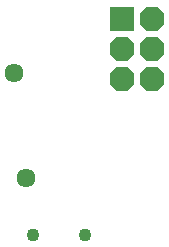
<source format=gbs>
G75*
%MOIN*%
%OFA0B0*%
%FSLAX24Y24*%
%IPPOS*%
%LPD*%
%AMOC8*
5,1,8,0,0,1.08239X$1,22.5*
%
%ADD10R,0.0820X0.0820*%
%ADD11OC8,0.0820*%
%ADD12C,0.0434*%
%ADD13C,0.0636*%
D10*
X006760Y010860D03*
D11*
X006760Y009860D03*
X006760Y008860D03*
X007760Y008860D03*
X007760Y009860D03*
X007760Y010860D03*
D12*
X003794Y003660D03*
X005526Y003660D03*
D13*
X003560Y005560D03*
X003160Y009060D03*
M02*

</source>
